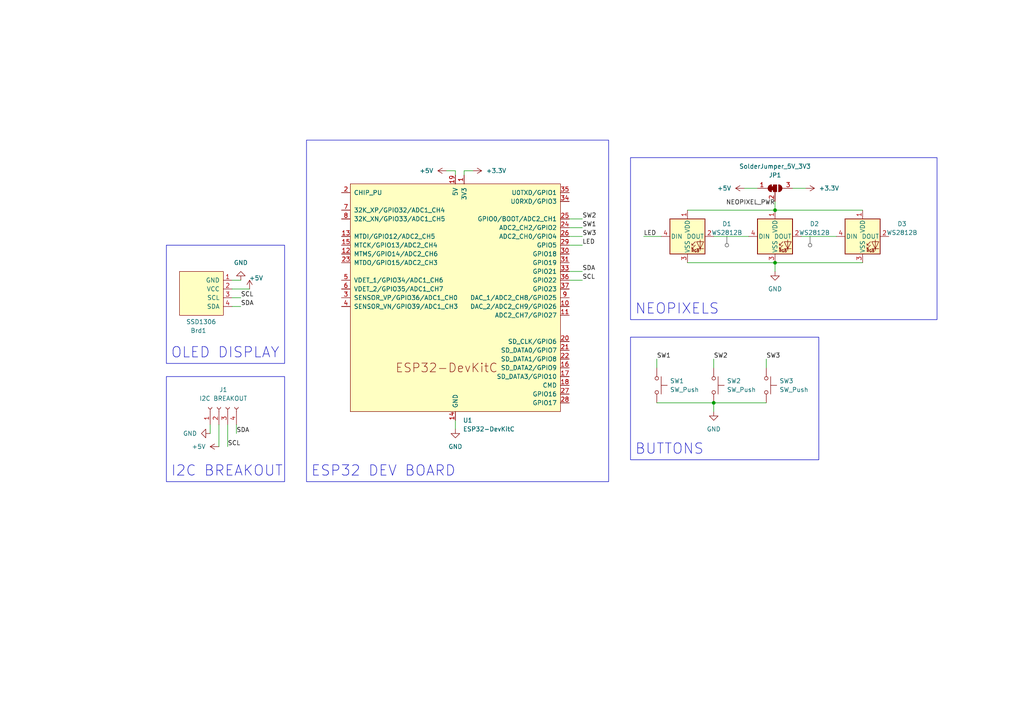
<source format=kicad_sch>
(kicad_sch (version 20230121) (generator eeschema)
  (paper "A4")
  (lib_symbols
    (symbol "Connector:Conn_01x04_Socket" (pin_names (offset 1.016) hide)
      (property "Reference" "J" (at 0 5.08 0))
      (property "Value" "Conn_01x04_Socket" (at 0 -7.62 0))
      (symbol "Conn_01x04_Socket_1_1"
        (arc (start 0 -4.572) (mid -0.5058 -5.08) (end 0 -5.588) (stroke (width 0.1524)))
        (arc (start 0 -2.032) (mid -0.5058 -2.54) (end 0 -3.048) (stroke (width 0.1524)))
        (polyline (pts (xy -1.27 -5.08) (xy -0.508 -5.08)) (stroke (width 0.1524)))
        (polyline (pts (xy -1.27 -2.54) (xy -0.508 -2.54)) (stroke (width 0.1524)))
        (polyline (pts (xy -1.27 0) (xy -0.508 0)) (stroke (width 0.1524)))
        (polyline (pts (xy -1.27 2.54) (xy -0.508 2.54)) (stroke (width 0.1524)))
        (arc (start 0 0.508) (mid -0.5058 0) (end 0 -0.508) (stroke (width 0.1524)))
        (arc (start 0 3.048) (mid -0.5058 2.54) (end 0 2.032) (stroke (width 0.1524)))
        (pin passive line (at -5.08 2.54 0) (length 3.81) (name "Pin_1") (number "1"))
        (pin passive line (at -5.08 0 0) (length 3.81) (name "Pin_2") (number "2"))
        (pin passive line (at -5.08 -2.54 0) (length 3.81) (name "Pin_3") (number "3"))
        (pin passive line (at -5.08 -5.08 0) (length 3.81) (name "Pin_4") (number "4"))
      )
    )
    (symbol "Jumper:SolderJumper_3_Bridged12" (pin_names (offset 0) hide)
      (property "Reference" "JP" (at -2.54 -2.54 0))
      (property "Value" "SolderJumper_3_Bridged12" (at 0 2.794 0))
      (symbol "SolderJumper_3_Bridged12_0_1"
        (rectangle (start -1.016 0.508) (end -0.508 -0.508) (fill (type outline)))
        (arc (start -1.016 1.016) (mid -2.0276 0) (end -1.016 -1.016))
        (arc (start -1.016 1.016) (mid -2.0276 0) (end -1.016 -1.016) (fill (type outline)))
        (rectangle (start -0.508 1.016) (end 0.508 -1.016) (fill (type outline)))
        (polyline (pts (xy -2.54 0) (xy -2.032 0)))
        (polyline (pts (xy -1.016 1.016) (xy -1.016 -1.016)))
        (polyline (pts (xy 0 -1.27) (xy 0 -1.016)))
        (polyline (pts (xy 1.016 1.016) (xy 1.016 -1.016)))
        (polyline (pts (xy 2.54 0) (xy 2.032 0)))
        (arc (start 1.016 -1.016) (mid 2.0276 0) (end 1.016 1.016))
        (arc (start 1.016 -1.016) (mid 2.0276 0) (end 1.016 1.016) (fill (type outline)))
      )
      (symbol "SolderJumper_3_Bridged12_1_1"
        (pin passive line (at -5.08 0 0) (length 2.54) (name "A") (number "1"))
        (pin passive line (at 0 -3.81 90) (length 2.54) (name "C") (number "2"))
        (pin passive line (at 5.08 0 180) (length 2.54) (name "B") (number "3"))
      )
    )
    (symbol "LED:WS2812B" (pin_names (offset 0.254))
      (property "Reference" "D" (at 5.08 5.715 0))
      (property "Value" "WS2812B" (at 1.27 -5.715 0))
      (symbol "WS2812B_0_0"
        (text "RGB" (at 2.286 -4.191 0) (effects (font (size 0.762 0.762))))
      )
      (symbol "WS2812B_0_1"
        (polyline (pts (xy 1.27 -3.556) (xy 1.778 -3.556)))
        (polyline (pts (xy 1.27 -2.54) (xy 1.778 -2.54)))
        (polyline (pts (xy 4.699 -3.556) (xy 2.667 -3.556)))
        (polyline (pts (xy 2.286 -2.54) (xy 1.27 -3.556) (xy 1.27 -3.048)))
        (polyline (pts (xy 2.286 -1.524) (xy 1.27 -2.54) (xy 1.27 -2.032)))
        (polyline (pts (xy 3.683 -1.016) (xy 3.683 -3.556) (xy 3.683 -4.064)))
        (polyline (pts (xy 4.699 -1.524) (xy 2.667 -1.524) (xy 3.683 -3.556) (xy 4.699 -1.524)))
        (rectangle (start 5.08 5.08) (end -5.08 -5.08) (stroke (width 0.254)) (fill (type background)))
      )
      (symbol "WS2812B_1_1"
        (pin power_in line (at 0 7.62 270) (length 2.54) (name "VDD") (number "1"))
        (pin output line (at 7.62 0 180) (length 2.54) (name "DOUT") (number "2"))
        (pin power_in line (at 0 -7.62 90) (length 2.54) (name "VSS") (number "3"))
        (pin input line (at -7.62 0 0) (length 2.54) (name "DIN") (number "4"))
      )
    )
    (symbol "PCM_Espressif:ESP32-DevKitC" (pin_names (offset 1.016))
      (property "Reference" "U" (at -30.48 38.1 0))
      (property "Value" "ESP32-DevKitC" (at -30.48 35.56 0))
      (symbol "ESP32-DevKitC_0_0"
        (text "ESP32-DevKitC" (at -2.54 -20.32 0) (effects (font (size 2.54 2.54))))
        (pin power_in line (at 0 -35.56 90) (length 2.54) (name "GND") (number "14"))
        (pin power_in line (at 0 35.56 270) (length 2.54) (name "5V") (number "19"))
      )
      (symbol "ESP32-DevKitC_0_1"
        (rectangle (start -30.48 33.02) (end 30.48 -33.02) (fill (type background)))
      )
      (symbol "ESP32-DevKitC_1_1"
        (pin power_in line (at 2.54 35.56 270) (length 2.54) (name "3V3") (number "1"))
        (pin bidirectional line (at 33.02 -2.54 180) (length 2.54) (name "DAC_2/ADC2_CH9/GPIO26") (number "10"))
        (pin bidirectional line (at 33.02 -5.08 180) (length 2.54) (name "ADC2_CH7/GPIO27") (number "11"))
        (pin bidirectional line (at -33.02 12.7 0) (length 2.54) (name "MTMS/GPIO14/ADC2_CH6") (number "12"))
        (pin bidirectional line (at -33.02 17.78 0) (length 2.54) (name "MTDI/GPIO12/ADC2_CH5") (number "13"))
        (pin bidirectional line (at -33.02 15.24 0) (length 2.54) (name "MTCK/GPIO13/ADC2_CH4") (number "15"))
        (pin bidirectional line (at 33.02 -20.32 180) (length 2.54) (name "SD_DATA2/GPIO9") (number "16"))
        (pin bidirectional line (at 33.02 -22.86 180) (length 2.54) (name "SD_DATA3/GPIO10") (number "17"))
        (pin bidirectional line (at 33.02 -25.4 180) (length 2.54) (name "CMD") (number "18"))
        (pin input line (at -33.02 30.48 0) (length 2.54) (name "CHIP_PU") (number "2"))
        (pin bidirectional line (at 33.02 -12.7 180) (length 2.54) (name "SD_CLK/GPIO6") (number "20"))
        (pin bidirectional line (at 33.02 -15.24 180) (length 2.54) (name "SD_DATA0/GPIO7") (number "21"))
        (pin bidirectional line (at 33.02 -17.78 180) (length 2.54) (name "SD_DATA1/GPIO8") (number "22"))
        (pin bidirectional line (at -33.02 10.16 0) (length 2.54) (name "MTDO/GPIO15/ADC2_CH3") (number "23"))
        (pin bidirectional line (at 33.02 20.32 180) (length 2.54) (name "ADC2_CH2/GPIO2") (number "24"))
        (pin bidirectional line (at 33.02 22.86 180) (length 2.54) (name "GPIO0/BOOT/ADC2_CH1") (number "25"))
        (pin bidirectional line (at 33.02 17.78 180) (length 2.54) (name "ADC2_CH0/GPIO4") (number "26"))
        (pin bidirectional line (at 33.02 -27.94 180) (length 2.54) (name "GPIO16") (number "27"))
        (pin bidirectional line (at 33.02 -30.48 180) (length 2.54) (name "GPIO17") (number "28"))
        (pin bidirectional line (at 33.02 15.24 180) (length 2.54) (name "GPIO5") (number "29"))
        (pin input line (at -33.02 0 0) (length 2.54) (name "SENSOR_VP/GPIO36/ADC1_CH0") (number "3"))
        (pin bidirectional line (at 33.02 12.7 180) (length 2.54) (name "GPIO18") (number "30"))
        (pin bidirectional line (at 33.02 10.16 180) (length 2.54) (name "GPIO19") (number "31"))
        (pin passive line (at 0 -35.56 90) (length 2.54) hide (name "GND") (number "32"))
        (pin bidirectional line (at 33.02 7.62 180) (length 2.54) (name "GPIO21") (number "33"))
        (pin bidirectional line (at 33.02 27.94 180) (length 2.54) (name "U0RXD/GPIO3") (number "34"))
        (pin bidirectional line (at 33.02 30.48 180) (length 2.54) (name "U0TXD/GPIO1") (number "35"))
        (pin bidirectional line (at 33.02 5.08 180) (length 2.54) (name "GPIO22") (number "36"))
        (pin bidirectional line (at 33.02 2.54 180) (length 2.54) (name "GPIO23") (number "37"))
        (pin passive line (at 0 -35.56 90) (length 2.54) hide (name "GND") (number "38"))
        (pin input line (at -33.02 -2.54 0) (length 2.54) (name "SENSOR_VN/GPIO39/ADC1_CH3") (number "4"))
        (pin input line (at -33.02 5.08 0) (length 2.54) (name "VDET_1/GPIO34/ADC1_CH6") (number "5"))
        (pin input line (at -33.02 2.54 0) (length 2.54) (name "VDET_2/GPIO35/ADC1_CH7") (number "6"))
        (pin bidirectional line (at -33.02 25.4 0) (length 2.54) (name "32K_XP/GPIO32/ADC1_CH4") (number "7"))
        (pin bidirectional line (at -33.02 22.86 0) (length 2.54) (name "32K_XN/GPIO33/ADC1_CH5") (number "8"))
        (pin bidirectional line (at 33.02 0 180) (length 2.54) (name "DAC_1/ADC2_CH8/GPIO25") (number "9"))
      )
    )
    (symbol "SSD1306-128x64_OLED:SSD1306" (pin_names (offset 1.016))
      (property "Reference" "Brd" (at 0 -3.81 0))
      (property "Value" "SSD1306" (at 0 -1.27 0))
      (symbol "SSD1306_0_1"
        (rectangle (start -6.35 6.35) (end 6.35 -6.35) (fill (type background)))
      )
      (symbol "SSD1306_1_1"
        (pin input line (at -3.81 8.89 270) (length 2.54) (name "GND") (number "1"))
        (pin input line (at -1.27 8.89 270) (length 2.54) (name "VCC") (number "2"))
        (pin input line (at 1.27 8.89 270) (length 2.54) (name "SCL") (number "3"))
        (pin input line (at 3.81 8.89 270) (length 2.54) (name "SDA") (number "4"))
      )
    )
    (symbol "Switch:SW_Push" (pin_numbers hide) (pin_names (offset 1.016) hide)
      (property "Reference" "SW" (at 1.27 2.54 0))
      (property "Value" "SW_Push" (at 0 -1.524 0))
      (symbol "SW_Push_0_1"
        (circle (center -2.032 0) (radius 0.508))
        (polyline (pts (xy 0 1.27) (xy 0 3.048)))
        (polyline (pts (xy 2.54 1.27) (xy -2.54 1.27)))
        (circle (center 2.032 0) (radius 0.508))
        (pin passive line (at -5.08 0 0) (length 2.54) (name "1") (number "1"))
        (pin passive line (at 5.08 0 180) (length 2.54) (name "2") (number "2"))
      )
    )
    (symbol "WS2812B_1" (pin_names (offset 0.254))
      (property "Reference" "D1" (at 11.43 3.6479 0))
      (property "Value" "WS2812B" (at 11.43 1.1079 0))
      (symbol "WS2812B_1_0_0"
        (text "RGB" (at 2.286 -4.191 0) (effects (font (size 0.762 0.762))))
      )
      (symbol "WS2812B_1_0_1"
        (polyline (pts (xy 1.27 -3.556) (xy 1.778 -3.556)))
        (polyline (pts (xy 1.27 -2.54) (xy 1.778 -2.54)))
        (polyline (pts (xy 4.699 -3.556) (xy 2.667 -3.556)))
        (polyline (pts (xy 2.286 -2.54) (xy 1.27 -3.556) (xy 1.27 -3.048)))
        (polyline (pts (xy 2.286 -1.524) (xy 1.27 -2.54) (xy 1.27 -2.032)))
        (polyline (pts (xy 3.683 -1.016) (xy 3.683 -3.556) (xy 3.683 -4.064)))
        (polyline (pts (xy 4.699 -1.524) (xy 2.667 -1.524) (xy 3.683 -3.556) (xy 4.699 -1.524)))
        (rectangle (start 5.08 5.08) (end -5.08 -5.08) (stroke (width 0.254)) (fill (type background)))
      )
      (symbol "WS2812B_1_1_1"
        (pin power_in line (at 0 7.62 270) (length 2.54) (name "VDD") (number "1"))
        (pin output line (at 7.62 0 180) (length 2.54) (name "DOUT") (number "2"))
        (pin power_in line (at 0 -7.62 90) (length 2.54) (name "VSS") (number "3"))
        (pin input line (at -7.62 0 0) (length 2.54) (name "DIN") (number "4"))
      )
    )
    (symbol "power:+3.3V" (power) (pin_names (offset 0))
      (property "Value" "+3.3V" (at 0 3.556 0))
      (symbol "+3.3V_0_1"
        (polyline (pts (xy -0.762 1.27) (xy 0 2.54)))
        (polyline (pts (xy 0 0) (xy 0 2.54)))
        (polyline (pts (xy 0 2.54) (xy 0.762 1.27)))
      )
      (symbol "+3.3V_1_1"
        (pin power_in line (at 0 0 90) (length 0) hide (name "+3.3V") (number "1"))
      )
    )
    (symbol "power:+5V" (power) (pin_names (offset 0))
      (property "Value" "+5V" (at 0 3.556 0))
      (symbol "+5V_0_1"
        (polyline (pts (xy -0.762 1.27) (xy 0 2.54)))
        (polyline (pts (xy 0 0) (xy 0 2.54)))
        (polyline (pts (xy 0 2.54) (xy 0.762 1.27)))
      )
      (symbol "+5V_1_1"
        (pin power_in line (at 0 0 90) (length 0) hide (name "+5V") (number "1"))
      )
    )
    (symbol "power:GND" (power) (pin_names (offset 0))
      (property "Value" "GND" (at 0 -3.81 0))
      (symbol "GND_0_1"
        (polyline (pts (xy 0 0) (xy 0 -1.27) (xy 1.27 -1.27) (xy 0 -2.54) (xy -1.27 -1.27) (xy 0 -1.27)))
      )
      (symbol "GND_1_1"
        (pin power_in line (at 0 0 270) (length 0) hide (name "GND") (number "1"))
      )
    )
  )
  (junction (at 224.79 60.96))
  (junction (at 224.79 76.2))
  (junction (at 207.01 116.84))
  (wire (pts (xy 132.08 121.92) (xy 132.08 124.46)))
  (wire (pts (xy 224.79 58.42) (xy 224.79 60.96)))
  (wire (pts (xy 165.1 78.74) (xy 168.91 78.74)))
  (wire (pts (xy 68.58 123.19) (xy 68.58 125.73)))
  (wire (pts (xy 207.01 68.58) (xy 217.17 68.58)))
  (wire (pts (xy 165.1 81.28) (xy 168.91 81.28)))
  (wire (pts (xy 219.71 54.61) (xy 215.9 54.61)))
  (wire (pts (xy 165.1 71.12) (xy 168.91 71.12)))
  (wire (pts (xy 224.79 60.96) (xy 250.19 60.96)))
  (wire (pts (xy 129.54 49.53) (xy 132.08 49.53)))
  (wire (pts (xy 190.5 116.84) (xy 207.01 116.84)))
  (wire (pts (xy 199.39 60.96) (xy 224.79 60.96)))
  (wire (pts (xy 224.79 76.2) (xy 224.79 78.74)))
  (wire (pts (xy 165.1 66.04) (xy 168.91 66.04)))
  (wire (pts (xy 222.25 104.14) (xy 222.25 106.68)))
  (wire (pts (xy 132.08 49.53) (xy 132.08 50.8)))
  (wire (pts (xy 67.31 86.36) (xy 69.85 86.36)))
  (wire (pts (xy 190.5 104.14) (xy 190.5 106.68)))
  (wire (pts (xy 224.79 76.2) (xy 250.19 76.2)))
  (wire (pts (xy 67.31 83.82) (xy 72.39 83.82)))
  (wire (pts (xy 233.68 54.61) (xy 229.87 54.61)))
  (wire (pts (xy 165.1 63.5) (xy 168.91 63.5)))
  (wire (pts (xy 134.62 49.53) (xy 137.16 49.53)))
  (wire (pts (xy 66.04 123.19) (xy 66.04 129.54)))
  (wire (pts (xy 232.41 68.58) (xy 242.57 68.58)))
  (wire (pts (xy 134.62 50.8) (xy 134.62 49.53)))
  (wire (pts (xy 207.01 116.84) (xy 222.25 116.84)))
  (wire (pts (xy 63.5 123.19) (xy 63.5 129.54)))
  (wire (pts (xy 186.69 68.58) (xy 191.77 68.58)))
  (wire (pts (xy 207.01 116.84) (xy 207.01 119.38)))
  (wire (pts (xy 165.1 68.58) (xy 168.91 68.58)))
  (wire (pts (xy 60.96 123.19) (xy 60.96 125.73)))
  (wire (pts (xy 67.31 88.9) (xy 69.85 88.9)))
  (wire (pts (xy 67.31 81.28) (xy 69.85 81.28)))
  (wire (pts (xy 207.01 104.14) (xy 207.01 106.68)))
  (wire (pts (xy 199.39 76.2) (xy 224.79 76.2)))
  (rectangle (start 48.26 109.22) (end 82.55 139.7))
  (rectangle (start 182.88 97.79) (end 237.49 133.35))
  (rectangle (start 48.26 71.12) (end 82.55 105.41))
  (rectangle (start 88.9 40.64) (end 176.53 139.7))
  (rectangle (start 182.88 45.72) (end 271.78 92.71))
  (text "I2C BREAKOUT" (at 49.53 138.43 0) (effects (font (size 3 3)) (justify left bottom)))
  (text "BUTTONS" (at 184.15 132.08 0) (effects (font (size 3 3)) (justify left bottom)))
  (text "ESP32 DEV BOARD" (at 90.17 138.43 0) (effects (font (size 3 3)) (justify left bottom)))
  (text "OLED DISPLAY" (at 49.53 104.14 0) (effects (font (size 3 3)) (justify left bottom)))
  (text "NEOPIXELS" (at 184.15 91.44 0) (effects (font (size 3 3)) (justify left bottom)))
  (label "SDA" (at 68.58 125.73 0))
  (label "SW3" (at 222.25 104.14 0))
  (label "SDA" (at 69.85 88.9 0))
  (label "SDA" (at 168.91 78.74 0))
  (label "SCL" (at 69.85 86.36 0))
  (label "LED" (at 186.69 68.58 0))
  (label "SCL" (at 66.04 129.54 0))
  (label "NEOPIXEL_PWR" (at 224.79 59.69 180))
  (label "SW2" (at 207.01 104.14 0))
  (label "SW3" (at 168.91 68.58 0))
  (label "SW1" (at 190.5 104.14 0))
  (label "SW2" (at 168.91 63.5 0))
  (label "LED" (at 168.91 71.12 0))
  (label "SW1" (at 168.91 66.04 0))
  (label "SCL" (at 168.91 81.28 0))
  (netclass_flag "" (length 2.54) (shape round) (at 234.95 68.58 180) (property "Netclass" "Signal" (effects hide)))
  (netclass_flag "" (length 2.54) (shape round) (at 210.82 68.58 180) (property "Netclass" "Signal" (effects hide)))
  (symbol (lib_id "power:GND") (at 60.96 125.73 270) (unit 1)
    (property "Reference" "#PWR011" (effects hide))
    (property "Value" "GND" (at 57.15 125.73 90) (effects (justify right)))
  )
  (symbol (lib_id "power:GND") (at 69.85 81.28 180) (unit 1)
    (property "Reference" "#PWR09" (effects hide))
    (property "Value" "GND" (at 69.85 76.2 0))
  )
  (symbol (lib_id "Switch:SW_Push") (at 190.5 111.76 270) (unit 1)
    (property "Reference" "SW1" (at 194.31 110.49 90) (effects (justify left)))
    (property "Value" "SW_Push" (at 194.31 113.03 90) (effects (justify left)))
    (property "Footprint" "Button_Switch_THT:SW_PUSH_6mm" (effects hide))
    (property "MPN" "C410366" (effects hide))
  )
  (symbol (lib_id "power:GND") (at 207.01 119.38 0) (unit 1)
    (property "Reference" "#PWR01" (effects hide))
    (property "Value" "GND" (at 207.01 124.46 0))
  )
  (symbol (lib_id "Switch:SW_Push") (at 222.25 111.76 270) (unit 1)
    (property "Reference" "SW3" (at 226.06 110.49 90) (effects (justify left)))
    (property "Value" "SW_Push" (at 226.06 113.03 90) (effects (justify left)))
    (property "Footprint" "Button_Switch_THT:SW_PUSH_6mm" (effects hide))
    (property "MPN" "C410366" (effects hide))
  )
  (symbol (lib_id "power:GND") (at 224.79 78.74 0) (unit 1)
    (property "Reference" "#PWR07" (effects hide))
    (property "Value" "GND" (at 224.79 83.82 0))
  )
  (symbol (lib_id "Jumper:SolderJumper_3_Bridged12") (at 224.79 54.61 0) (unit 1)
    (property "Reference" "JP1" (at 224.79 50.8 0))
    (property "Value" "SolderJumper_5V_3V3" (at 224.79 48.26 0))
    (property "Footprint" "Jumper:SolderJumper-3_P1.3mm_Bridged12_RoundedPad1.0x1.5mm_NumberLabels" (effects hide))
  )
  (symbol (lib_id "power:GND") (at 132.08 124.46 0) (unit 1)
    (property "Reference" "#PWR02" (effects hide))
    (property "Value" "GND" (at 132.08 129.54 0))
  )
  (symbol (lib_id "Connector:Conn_01x04_Socket") (at 63.5 118.11 90) (unit 1)
    (property "Reference" "J1" (at 64.77 113.03 90))
    (property "Value" "I2C BREAKOUT" (at 64.77 115.57 90))
    (property "Footprint" "Connector_PinSocket_2.54mm:PinSocket_1x04_P2.54mm_Vertical" (effects hide))
  )
  (symbol (lib_id "LED:WS2812B") (at 250.19 68.58 0) (unit 1)
    (property "Reference" "D3" (at 261.62 64.9321 0))
    (property "Value" "WS2812B" (at 261.62 67.4721 0))
    (property "Footprint" "LED_SMD:LED_WS2812B_PLCC4_5.0x5.0mm_P3.2mm" (effects hide))
    (property "Datasheet" "https://cdn-shop.adafruit.com/datasheets/WS2812B.pdf" (effects hide))
    (property "MPN" "C2843785" (effects hide))
  )
  (symbol (lib_id "PCM_Espressif:ESP32-DevKitC") (at 132.08 86.36 0) (unit 1)
    (property "Reference" "U1" (at 134.2741 121.92 0) (effects (justify left)))
    (property "Value" "ESP32-DevKitC" (at 134.2741 124.46 0) (effects (justify left)))
    (property "Footprint" "PCM_Espressif:ESP32-DevKitC_Shield2" (effects hide))
    (property "Datasheet" "https://docs.espressif.com/projects/esp-idf/zh_CN/latest/esp32/hw-reference/esp32/get-started-devkitc.html" (effects hide))
  )
  (symbol (lib_id "LED:WS2812B") (at 224.79 68.58 0) (unit 1)
    (property "Reference" "D2" (at 236.22 64.9321 0))
    (property "Value" "WS2812B" (at 236.22 67.4721 0))
    (property "Footprint" "LED_SMD:LED_WS2812B_PLCC4_5.0x5.0mm_P3.2mm" (effects hide))
    (property "Datasheet" "https://cdn-shop.adafruit.com/datasheets/WS2812B.pdf" (effects hide))
  )
  (symbol (lib_id "power:+5V") (at 129.54 49.53 90) (unit 1)
    (property "Reference" "#PWR04" (effects hide))
    (property "Value" "+5V" (at 125.73 49.53 90) (effects (justify left)))
  )
  (symbol (lib_id "power:+5V") (at 63.5 129.54 90) (unit 1)
    (property "Reference" "#PWR010" (effects hide))
    (property "Value" "+5V" (at 59.69 129.54 90) (effects (justify left)))
  )
  (symbol (lib_id "Switch:SW_Push") (at 207.01 111.76 270) (unit 1)
    (property "Reference" "SW2" (at 210.82 110.49 90) (effects (justify left)))
    (property "Value" "SW_Push" (at 210.82 113.03 90) (effects (justify left)))
    (property "Footprint" "Button_Switch_THT:SW_PUSH_6mm" (effects hide))
    (property "MPN" "C410366" (effects hide))
  )
  (symbol (lib_id "power:+3.3V") (at 233.68 54.61 270) (unit 1)
    (property "Reference" "#PWR06" (effects hide))
    (property "Value" "+3.3V" (at 237.49 54.61 90) (effects (justify left)))
  )
  (symbol (lib_name "WS2812B_1") (lib_id "LED:WS2812B") (at 199.39 68.58 0) (unit 1)
    (property "Reference" "D1" (at 210.82 64.9321 0))
    (property "Value" "WS2812B" (at 210.82 67.4721 0))
    (property "Footprint" "LED_SMD:LED_WS2812B_PLCC4_5.0x5.0mm_P3.2mm" (effects hide))
    (property "Datasheet" "https://cdn-shop.adafruit.com/datasheets/WS2812B.pdf" (effects hide))
    (property "MPN" "C2843785" (effects hide))
  )
  (symbol (lib_id "power:+5V") (at 215.9 54.61 90) (unit 1)
    (property "Reference" "#PWR05" (effects hide))
    (property "Value" "+5V" (at 212.09 54.61 90) (effects (justify left)))
  )
  (symbol (lib_id "SSD1306-128x64_OLED:SSD1306") (at 58.42 85.09 270) (unit 1)
    (property "Reference" "Brd1" (at 55.245 95.885 90) (effects (justify left)))
    (property "Value" "SSD1306" (at 53.975 93.345 90) (effects (justify left)))
    (property "Footprint" "SSD1306:128x64OLED_No_Holes" (effects hide))
  )
  (symbol (lib_id "power:+3.3V") (at 137.16 49.53 270) (unit 1)
    (property "Reference" "#PWR03" (effects hide))
    (property "Value" "+3.3V" (at 140.97 49.53 90) (effects (justify left)))
  )
  (symbol (lib_id "power:+5V") (at 72.39 83.82 0) (unit 1)
    (property "Reference" "#PWR08" (effects hide))
    (property "Value" "+5V" (at 74.295 80.645 0))
  )
)
</source>
